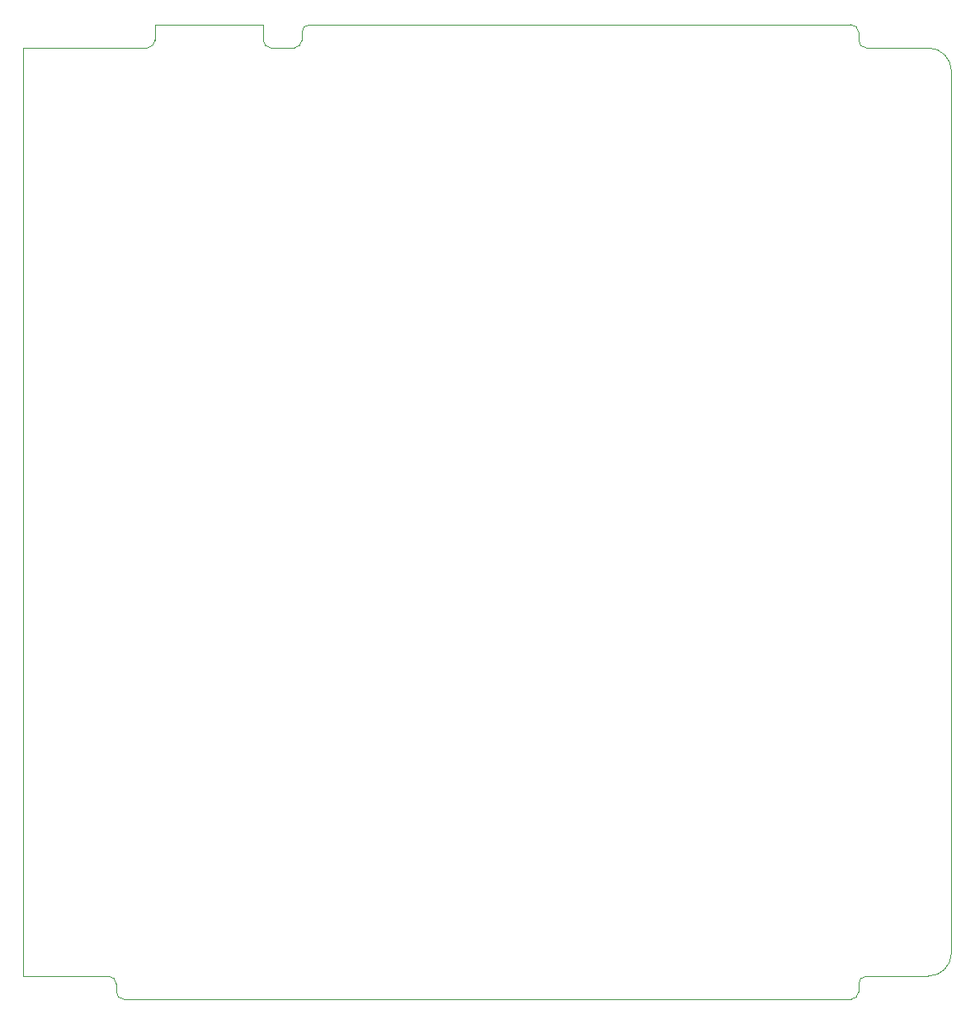
<source format=gm1>
%TF.GenerationSoftware,KiCad,Pcbnew,(5.1.12)-1*%
%TF.CreationDate,2022-01-06T16:35:48-05:00*%
%TF.ProjectId,gasket-2,6761736b-6574-42d3-922e-6b696361645f,rev?*%
%TF.SameCoordinates,Original*%
%TF.FileFunction,Profile,NP*%
%FSLAX46Y46*%
G04 Gerber Fmt 4.6, Leading zero omitted, Abs format (unit mm)*
G04 Created by KiCad (PCBNEW (5.1.12)-1) date 2022-01-06 16:35:48*
%MOMM*%
%LPD*%
G01*
G04 APERTURE LIST*
%TA.AperFunction,Profile*%
%ADD10C,0.050000*%
%TD*%
G04 APERTURE END LIST*
D10*
X125412500Y-116681250D02*
G75*
G02*
X126206250Y-117475000I0J-793750D01*
G01*
X126206250Y-117475000D02*
X126206250Y-118268750D01*
X127000000Y-119062500D02*
G75*
G02*
X126206250Y-118268750I0J793750D01*
G01*
X116681250Y-116713000D02*
X125412500Y-116681250D01*
X201612500Y-119062500D02*
X127000000Y-119062500D01*
X202406250Y-117475000D02*
X202406250Y-118268750D01*
X202406250Y-118268750D02*
G75*
G02*
X201612500Y-119062500I-793750J0D01*
G01*
X202406250Y-117475000D02*
G75*
G02*
X203200000Y-116681250I793750J0D01*
G01*
X203200000Y-21431250D02*
G75*
G02*
X202406250Y-20637500I0J793750D01*
G01*
X142081250Y-21431250D02*
X144462500Y-21431250D01*
X145256250Y-20637500D02*
G75*
G02*
X144462500Y-21431250I-793750J0D01*
G01*
X145256250Y-19843750D02*
G75*
G02*
X146050000Y-19050000I793750J0D01*
G01*
X145256250Y-20637500D02*
X145256250Y-19843750D01*
X201612500Y-19050000D02*
X146050000Y-19050000D01*
X201612500Y-19050000D02*
G75*
G02*
X202406250Y-19843750I0J-793750D01*
G01*
X202406250Y-20637500D02*
X202406250Y-19843750D01*
X129381250Y-21431250D02*
X116681250Y-21431250D01*
X116681250Y-116713000D02*
X116681250Y-21431250D01*
X142081250Y-21431250D02*
G75*
G02*
X141287500Y-20637500I0J793750D01*
G01*
X130175000Y-19050000D02*
X130175000Y-20637500D01*
X130175000Y-20637500D02*
G75*
G02*
X129381250Y-21431250I-793750J0D01*
G01*
X141287500Y-19050000D02*
X130175000Y-19050000D01*
X141287500Y-20637500D02*
X141287500Y-19050000D01*
X211931250Y-114300000D02*
X211931250Y-23812500D01*
X209550000Y-116681250D02*
X203200000Y-116681250D01*
X211931250Y-114300000D02*
G75*
G02*
X209550000Y-116681250I-2381250J0D01*
G01*
X203200000Y-21431250D02*
X209550000Y-21431250D01*
X209550000Y-21431250D02*
G75*
G02*
X211931250Y-23812500I0J-2381250D01*
G01*
M02*

</source>
